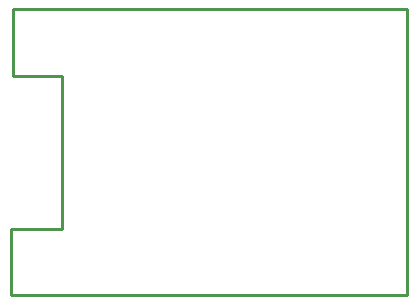
<source format=gko>
%FSLAX23Y23*%
%MOIN*%
G70*
G01*
G75*
G04 Layer_Color=16711935*
%ADD10R,0.118X0.039*%
%ADD11R,0.118X0.059*%
%ADD12R,0.025X0.020*%
%ADD13R,0.079X0.079*%
%ADD14R,0.079X0.051*%
%ADD15O,0.055X0.024*%
%ADD16R,0.055X0.024*%
%ADD17R,0.031X0.035*%
%ADD18R,0.035X0.031*%
%ADD19R,0.043X0.102*%
%ADD20C,0.010*%
%ADD21R,0.105X0.150*%
%ADD22C,0.050*%
%ADD23C,0.039*%
%ADD24C,0.236*%
%ADD25R,0.105X0.155*%
%ADD26C,0.008*%
%ADD27C,0.000*%
%ADD28C,0.004*%
%ADD29C,0.020*%
%ADD30C,0.059*%
%ADD31R,0.126X0.047*%
%ADD32R,0.126X0.067*%
%ADD33R,0.033X0.028*%
%ADD34R,0.087X0.087*%
%ADD35R,0.087X0.059*%
%ADD36O,0.063X0.032*%
%ADD37R,0.063X0.032*%
%ADD38R,0.039X0.043*%
%ADD39R,0.043X0.039*%
%ADD40R,0.051X0.110*%
%ADD41C,0.058*%
D20*
X0Y0D02*
Y220D01*
X170D01*
Y730D01*
X5D02*
X170D01*
X5D02*
Y955D01*
X1320Y0D02*
Y955D01*
X0Y0D02*
X1320D01*
X5Y955D02*
X1320D01*
M02*

</source>
